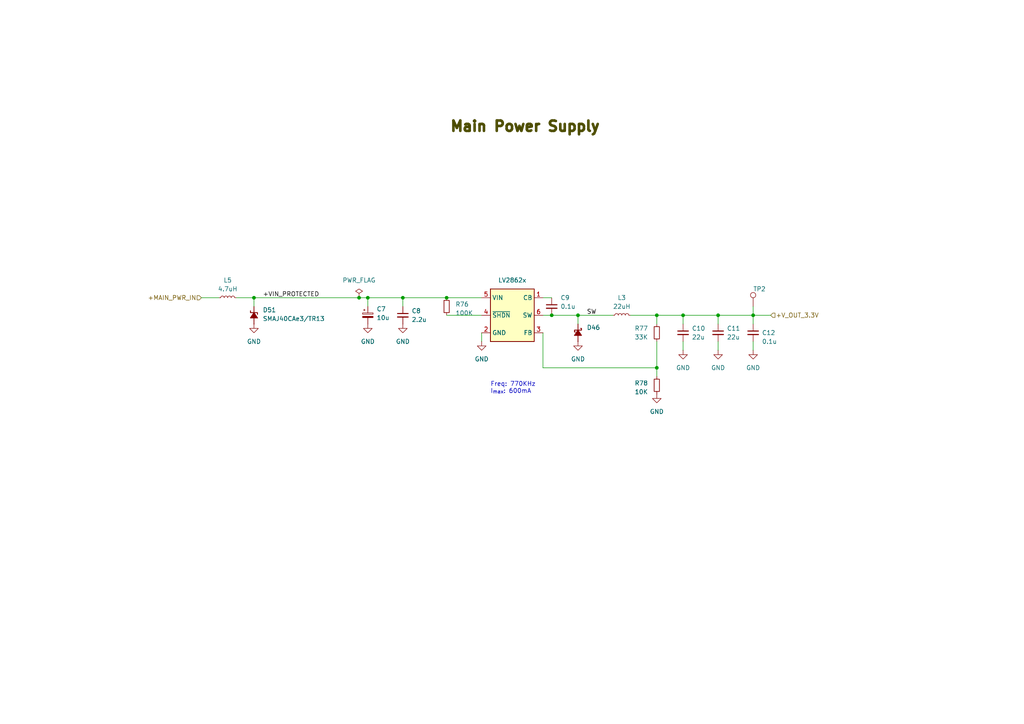
<source format=kicad_sch>
(kicad_sch (version 20250114) (generator "eeschema") (generator_version "9.0")
  (paper "A4")
  (title_block (title "Main Power Supply"))
  (lib_symbols
    (symbol "Connector:TestPoint" (pin_numbers (hide yes)) (pin_names (offset 0.762) (hide yes))
      (property "Reference" "TP" (at 0 6.858 0))
      (property "Value" "TestPoint" (at 0 5.08 0))
      (symbol "TestPoint_0_1"
        (circle (center 0 3.302) (radius 0.762))
      )
      (symbol "TestPoint_1_1"
        (pin passive line (at 0 0 90) (length 2.54) (name "1") (number "1"))
      )
    )
    (symbol "Device:C_Polarized_Small" (pin_numbers (hide yes)) (pin_names (offset 0.254) (hide yes))
      (property "Reference" "C" (at 0.254 1.778 0))
      (property "Value" "C_Polarized_Small" (at 0.254 -2.032 0))
      (symbol "C_Polarized_Small_0_1"
        (rectangle (start -1.524 0.6858) (end 1.524 0.3048))
        (rectangle (start -1.524 -0.3048) (end 1.524 -0.6858) (fill (type outline)))
        (polyline (pts (xy -1.27 1.524) (xy -0.762 1.524)))
        (polyline (pts (xy -1.016 1.27) (xy -1.016 1.778)))
      )
      (symbol "C_Polarized_Small_1_1"
        (pin passive line (at 0 2.54 270) (length 1.8542) (name "~") (number "1"))
        (pin passive line (at 0 -2.54 90) (length 1.8542) (name "~") (number "2"))
      )
    )
    (symbol "Device:C_Small" (pin_numbers (hide yes)) (pin_names (offset 0.254) (hide yes))
      (property "Reference" "C" (at 0.254 1.778 0))
      (property "Value" "C_Small" (at 0.254 -2.032 0))
      (symbol "C_Small_0_1"
        (polyline (pts (xy -1.524 0.508) (xy 1.524 0.508)) (stroke (width 0.3048)))
        (polyline (pts (xy -1.524 -0.508) (xy 1.524 -0.508)) (stroke (width 0.3302)))
      )
      (symbol "C_Small_1_1"
        (pin passive line (at 0 2.54 270) (length 2.032) (name "~") (number "1"))
        (pin passive line (at 0 -2.54 90) (length 2.032) (name "~") (number "2"))
      )
    )
    (symbol "Device:D_Schottky_Small_Filled" (pin_numbers (hide yes)) (pin_names (offset 0.254) (hide yes))
      (property "Reference" "D" (at -1.27 2.032 0))
      (property "Value" "D_Schottky_Small_Filled" (at -7.112 -2.032 0))
      (symbol "D_Schottky_Small_Filled_0_1"
        (polyline (pts (xy -1.27 0.762) (xy -1.27 1.016) (xy -0.762 1.016) (xy -0.762 -1.016) (xy -0.254 -1.016) (xy -0.254 -0.762)) (stroke (width 0.254)))
        (polyline (pts (xy -0.762 0) (xy 0.762 0)))
        (polyline (pts (xy 0.762 -1.016) (xy -0.762 0) (xy 0.762 1.016) (xy 0.762 -1.016)) (stroke (width 0.254)) (fill (type outline)))
      )
      (symbol "D_Schottky_Small_Filled_1_1"
        (pin passive line (at -2.54 0 0) (length 1.778) (name "K") (number "1"))
        (pin passive line (at 2.54 0 180) (length 1.778) (name "A") (number "2"))
      )
    )
    (symbol "Device:L_Small" (pin_numbers (hide yes)) (pin_names (offset 0.254) (hide yes))
      (property "Reference" "L" (at 0.762 1.016 0))
      (property "Value" "L_Small" (at 0.762 -1.016 0))
      (symbol "L_Small_0_1"
        (arc (start 0 2.032) (mid 0.5058 1.524) (end 0 1.016))
        (arc (start 0 1.016) (mid 0.5058 0.508) (end 0 0))
        (arc (start 0 0) (mid 0.5058 -0.508) (end 0 -1.016))
        (arc (start 0 -1.016) (mid 0.5058 -1.524) (end 0 -2.032))
      )
      (symbol "L_Small_1_1"
        (pin passive line (at 0 2.54 270) (length 0.508) (name "~") (number "1"))
        (pin passive line (at 0 -2.54 90) (length 0.508) (name "~") (number "2"))
      )
    )
    (symbol "Device:R_Small" (pin_numbers (hide yes)) (pin_names (offset 0.254) (hide yes))
      (property "Reference" "R" (at 0.762 0.508 0))
      (property "Value" "R_Small" (at 0.762 -1.016 0))
      (symbol "R_Small_0_1"
        (rectangle (start -0.762 1.778) (end 0.762 -1.778) (stroke (width 0.2032)))
      )
      (symbol "R_Small_1_1"
        (pin passive line (at 0 2.54 270) (length 0.762) (name "~") (number "1"))
        (pin passive line (at 0 -2.54 90) (length 0.762) (name "~") (number "2"))
      )
    )
    (symbol "My Libraries:D_TVS" (pin_numbers (hide yes)) (pin_names (hide yes))
      (property "Reference" "D" (at -2.54 5.08 0))
      (property "Value" "D_TVS" (at -2.54 2.54 0))
      (symbol "D_TVS_0_1"
        (polyline (pts (xy -1.2954 -1.016) (xy -0.7874 -1.016)) (stroke (width 0.254)))
        (polyline (pts (xy -0.254 1.016) (xy -0.762 1.016) (xy -0.762 -1.016)) (stroke (width 0.254)))
        (polyline (pts (xy 0.762 1.016) (xy -0.762 0) (xy 0.762 -1.016) (xy 0.762 1.016)) (stroke (width 0.254)) (fill (type outline)))
        (polyline (pts (xy 0.762 0) (xy -0.762 0)))
      )
      (symbol "D_TVS_1_1"
        (pin passive line (at -2.54 0 0) (length 1.778) (name "K") (number "1"))
        (pin passive line (at 2.54 0 180) (length 1.778) (name "A") (number "2"))
      )
    )
    (symbol "My Libraries:LV2862x"
      (property "Reference" "U" (at -1.27 11.43 0))
      (property "Value" "LV2862x" (at -1.27 8.89 0))
      (symbol "LV2862x_1_1"
        (rectangle (start -7.62 7.62) (end 5.08 -7.62) (stroke (width 0.254)) (fill (type background)))
        (pin power_in line (at -10.16 5.08 0) (length 2.54) (name "VIN") (number "5"))
        (pin passive line (at -10.16 0 0) (length 2.54) (name "~{SHDN}") (number "4"))
        (pin passive line (at -10.16 -5.08 0) (length 2.54) (name "GND") (number "2"))
        (pin passive line (at 7.62 5.08 180) (length 2.54) (name "CB") (number "1"))
        (pin passive line (at 7.62 0 180) (length 2.54) (name "SW") (number "6"))
        (pin passive line (at 7.62 -5.08 180) (length 2.54) (name "FB") (number "3"))
      )
    )
    (symbol "power:GND" (power) (pin_numbers (hide yes)) (pin_names (offset 0) (hide yes))
      (property "Value" "GND" (at 0 -3.81 0))
      (symbol "GND_0_1"
        (polyline (pts (xy 0 0) (xy 0 -1.27) (xy 1.27 -1.27) (xy 0 -2.54) (xy -1.27 -1.27) (xy 0 -1.27)))
      )
      (symbol "GND_1_1"
        (pin power_in line (at 0 0 270) (length 0) (name "~") (number "1"))
      )
    )
    (symbol "power:PWR_FLAG" (power) (pin_numbers (hide yes)) (pin_names (offset 0) (hide yes))
      (property "Value" "PWR_FLAG" (at 0 3.81 0))
      (symbol "PWR_FLAG_0_0"
        (pin power_out line (at 0 0 90) (length 0) (name "~") (number "1"))
      )
      (symbol "PWR_FLAG_0_1"
        (polyline (pts (xy 0 0) (xy 0 1.27) (xy -1.016 1.905) (xy 0 2.54) (xy 1.016 1.905) (xy 0 1.27)))
      )
    )
  )
  (text "${TITLE}" (at 130.302 38.608 0) (effects (font (size 3 3) (thickness 0.8) (bold yes)) (justify left bottom)))
  (text "Freq: 770KHz\nI_{max}: 600mA" (at 142.24 114.3 0) (effects (font (size 1.27 1.27)) (justify left bottom)))
  (junction (at 106.68 86.36))
  (junction (at 208.28 91.44))
  (junction (at 190.5 91.44))
  (junction (at 129.54 86.36))
  (junction (at 160.02 91.44))
  (junction (at 218.44 91.44))
  (junction (at 73.66 86.36))
  (junction (at 104.14 86.36))
  (junction (at 198.12 91.44))
  (junction (at 190.5 106.68))
  (junction (at 116.84 86.36))
  (junction (at 167.64 91.44))
  (wire (pts (xy 218.44 91.44) (xy 218.44 93.98)))
  (wire (pts (xy 218.44 91.44) (xy 223.52 91.44)))
  (wire (pts (xy 218.44 99.06) (xy 218.44 101.6)))
  (wire (pts (xy 129.54 91.44) (xy 139.7 91.44)))
  (wire (pts (xy 157.48 91.44) (xy 160.02 91.44)))
  (wire (pts (xy 190.5 91.44) (xy 198.12 91.44)))
  (wire (pts (xy 208.28 91.44) (xy 208.28 93.98)))
  (wire (pts (xy 190.5 91.44) (xy 190.5 93.98)))
  (wire (pts (xy 157.48 86.36) (xy 160.02 86.36)))
  (wire (pts (xy 167.64 91.44) (xy 177.8 91.44)))
  (wire (pts (xy 218.44 88.9) (xy 218.44 91.44)))
  (wire (pts (xy 58.42 86.36) (xy 63.5 86.36)))
  (wire (pts (xy 190.5 106.68) (xy 157.48 106.68)))
  (wire (pts (xy 208.28 99.06) (xy 208.28 101.6)))
  (wire (pts (xy 190.5 106.68) (xy 190.5 109.22)))
  (wire (pts (xy 73.66 86.36) (xy 104.14 86.36)))
  (wire (pts (xy 160.02 91.44) (xy 167.64 91.44)))
  (wire (pts (xy 190.5 99.06) (xy 190.5 106.68)))
  (wire (pts (xy 129.54 86.36) (xy 139.7 86.36)))
  (wire (pts (xy 73.66 86.36) (xy 68.58 86.36)))
  (wire (pts (xy 182.88 91.44) (xy 190.5 91.44)))
  (wire (pts (xy 167.64 91.44) (xy 167.64 93.98)))
  (wire (pts (xy 116.84 86.36) (xy 129.54 86.36)))
  (wire (pts (xy 208.28 91.44) (xy 218.44 91.44)))
  (wire (pts (xy 104.14 86.36) (xy 106.68 86.36)))
  (wire (pts (xy 198.12 91.44) (xy 208.28 91.44)))
  (wire (pts (xy 106.68 86.36) (xy 116.84 86.36)))
  (wire (pts (xy 73.66 88.9) (xy 73.66 86.36)))
  (wire (pts (xy 106.68 86.36) (xy 106.68 88.9)))
  (wire (pts (xy 198.12 99.06) (xy 198.12 101.6)))
  (wire (pts (xy 157.48 96.52) (xy 157.48 106.68)))
  (wire (pts (xy 139.7 96.52) (xy 139.7 99.06)))
  (wire (pts (xy 116.84 86.36) (xy 116.84 88.9)))
  (wire (pts (xy 198.12 93.98) (xy 198.12 91.44)))
  (label "+VIN_PROTECTED" (at 76.2 86.36 0))
  (label "SW" (at 170.18 91.44 0))
  (hierarchical_label "+V_OUT_3.3V" (shape input) (at 223.52 91.44 0))
  (hierarchical_label "+MAIN_PWR_IN" (shape input) (at 58.42 86.36 180))
  (symbol (lib_id "power:GND") (at 198.12 101.6 0) (unit 1)
    (property "Reference" "#PWR0175" (effects (hide yes)))
    (property "Value" "GND" (at 198.12 106.68 0))
  )
  (symbol (lib_id "power:GND") (at 167.64 99.06 0) (unit 1)
    (property "Reference" "#PWR0173" (effects (hide yes)))
    (property "Value" "GND" (at 167.64 104.14 0))
  )
  (symbol (lib_id "Device:C_Polarized_Small") (at 106.68 91.44 0) (unit 1)
    (property "Reference" "C7" (at 109.22 89.6239 0) (effects (justify left)))
    (property "Value" "10u" (at 109.22 92.1639 0) (effects (justify left)))
    (property "Footprint" "Capacitor_SMD:CP_Elec_5x5.3" (effects (hide yes)))
    (property "PartkeeprID" "41" (effects (hide yes)))
  )
  (symbol (lib_id "Device:L_Small") (at 180.34 91.44 90) (unit 1)
    (property "Reference" "L3" (at 180.34 86.36 90))
    (property "Value" "22uH" (at 180.34 88.9 90))
    (property "Footprint" "Inductor_SMD:L_Taiyo-Yuden_NR-50xx" (effects (hide yes)))
    (property "PartkeeprID" "44" (effects (hide yes)))
  )
  (symbol (lib_id "power:GND") (at 139.7 99.06 0) (unit 1)
    (property "Reference" "#PWR0174" (effects (hide yes)))
    (property "Value" "GND" (at 139.7 104.14 0))
  )
  (symbol (lib_id "My Libraries:LV2862x") (at 149.86 91.44 0) (unit 1)
    (property "Reference" "U2" (effects (hide yes)))
    (property "Value" "LV2862x" (at 148.59 81.28 0))
    (property "Footprint" "Package_TO_SOT_SMD:SOT-23-6" (effects (hide yes)))
    (property "Datasheet" "https://www.ti.com/lit/ds/symlink/lv2862.pdf" (effects (hide yes)))
    (property "PartkeeprID" "46" (effects (hide yes)))
  )
  (symbol (lib_id "Device:C_Small") (at 116.84 91.44 0) (unit 1)
    (property "Reference" "C8" (at 119.38 90.1763 0) (effects (justify left)))
    (property "Value" "2.2u" (at 119.38 92.7163 0) (effects (justify left)))
    (property "Footprint" "Capacitor_SMD:C_1210_3225Metric" (effects (hide yes)))
    (property "PartkeeprID" "42" (effects (hide yes)))
  )
  (symbol (lib_id "power:GND") (at 73.66 93.98 0) (unit 1)
    (property "Reference" "#PWR010" (effects (hide yes)))
    (property "Value" "GND" (at 73.66 99.06 0))
  )
  (symbol (lib_id "Device:C_Small") (at 208.28 96.52 0) (unit 1)
    (property "Reference" "C11" (at 210.82 95.2563 0) (effects (justify left)))
    (property "Value" "22u" (at 210.82 97.7963 0) (effects (justify left)))
    (property "Footprint" "Capacitor_SMD:C_1210_3225Metric" (effects (hide yes)))
    (property "PartkeeprID" "45" (effects (hide yes)))
  )
  (symbol (lib_id "power:GND") (at 218.44 101.6 0) (unit 1)
    (property "Reference" "#PWR0178" (effects (hide yes)))
    (property "Value" "GND" (at 218.44 106.68 0))
  )
  (symbol (lib_id "My Libraries:D_TVS") (at 73.66 91.44 270) (unit 1)
    (property "Reference" "D51" (at 76.2 89.9033 90) (effects (justify left)))
    (property "Value" "SMAJ40CAe3/TR13" (at 76.2 92.4433 90) (effects (justify left)))
    (property "Footprint" "Diode_SMD:D_SMA" (effects (hide yes)))
  )
  (symbol (lib_id "power:GND") (at 208.28 101.6 0) (unit 1)
    (property "Reference" "#PWR0177" (effects (hide yes)))
    (property "Value" "GND" (at 208.28 106.68 0))
  )
  (symbol (lib_id "Device:R_Small") (at 129.54 88.9 180) (unit 1)
    (property "Reference" "R76" (at 132.08 88.265 0) (effects (justify right)))
    (property "Value" "100K" (at 132.08 90.805 0) (effects (justify right)))
    (property "Footprint" "Resistor_SMD:R_0603_1608Metric" (effects (hide yes)))
    (property "PartkeeprID" "47" (effects (hide yes)))
  )
  (symbol (lib_id "Device:D_Schottky_Small_Filled") (at 167.64 96.52 270) (unit 1)
    (property "Reference" "D46" (at 170.18 94.996 90) (effects (justify left)))
    (property "Value" "SBR3U60P1Q-7" (effects (hide yes)))
    (property "Footprint" "Diode_SMD:D_PowerDI-123" (effects (hide yes)))
    (property "PartkeeprID" "43" (effects (hide yes)))
  )
  (symbol (lib_id "Device:L_Small") (at 66.04 86.36 90) (unit 1)
    (property "Reference" "L5" (at 66.04 81.28 90))
    (property "Value" "4.7uH" (at 66.04 83.82 90))
    (property "Footprint" "My Footprints:L_TDK_VLS252012HBX" (effects (hide yes)))
    (property "PartkeeprID" "44" (effects (hide yes)))
  )
  (symbol (lib_id "Device:C_Small") (at 218.44 96.52 0) (unit 1)
    (property "Reference" "C12" (at 220.98 96.52 0) (effects (justify left)))
    (property "Value" "0.1u" (at 220.98 99.06 0) (effects (justify left)))
    (property "Footprint" "Capacitor_SMD:C_0603_1608Metric" (effects (hide yes)))
    (property "PartkeeprID" "50" (effects (hide yes)))
  )
  (symbol (lib_id "power:PWR_FLAG") (at 104.14 86.36 0) (unit 1)
    (property "Reference" "#FLG0101" (effects (hide yes)))
    (property "Value" "PWR_FLAG" (at 104.14 81.28 0))
  )
  (symbol (lib_id "Device:C_Small") (at 198.12 96.52 0) (unit 1)
    (property "Reference" "C10" (at 200.66 95.2563 0) (effects (justify left)))
    (property "Value" "22u" (at 200.66 97.7963 0) (effects (justify left)))
    (property "Footprint" "Capacitor_SMD:C_1210_3225Metric" (effects (hide yes)))
    (property "PartkeeprID" "45" (effects (hide yes)))
  )
  (symbol (lib_id "power:GND") (at 190.5 114.3 0) (unit 1)
    (property "Reference" "#PWR0176" (effects (hide yes)))
    (property "Value" "GND" (at 190.5 119.38 0))
  )
  (symbol (lib_id "Device:R_Small") (at 190.5 111.76 0) (mirror x) (unit 1)
    (property "Reference" "R78" (at 187.96 111.125 0) (effects (justify right)))
    (property "Value" "10K" (at 187.96 113.665 0) (effects (justify right)))
    (property "Footprint" "Resistor_SMD:R_0603_1608Metric" (effects (hide yes)))
    (property "PartkeeprID" "48" (effects (hide yes)))
  )
  (symbol (lib_id "Device:C_Small") (at 160.02 88.9 0) (unit 1)
    (property "Reference" "C9" (at 162.56 86.36 0) (effects (justify left)))
    (property "Value" "0.1u" (at 162.56 88.9 0) (effects (justify left)))
    (property "Footprint" "Capacitor_SMD:C_0603_1608Metric" (effects (hide yes)))
    (property "PartkeeprID" "50" (effects (hide yes)))
  )
  (symbol (lib_id "power:GND") (at 116.84 93.98 0) (unit 1)
    (property "Reference" "#PWR0171" (effects (hide yes)))
    (property "Value" "GND" (at 116.84 99.06 0))
  )
  (symbol (lib_id "Device:R_Small") (at 190.5 96.52 0) (mirror x) (unit 1)
    (property "Reference" "R77" (at 187.96 95.25 0) (effects (justify right)))
    (property "Value" "33K" (at 187.96 97.79 0) (effects (justify right)))
    (property "Footprint" "Resistor_SMD:R_0603_1608Metric" (effects (hide yes)))
    (property "PartkeeprID" "49" (effects (hide yes)))
  )
  (symbol (lib_id "Connector:TestPoint") (at 218.44 88.9 0) (unit 1) (in_bom no)
    (property "Reference" "TP2" (at 218.44 83.82 0) (effects (justify left)))
    (property "Value" "TestPoint" (effects (hide yes)))
    (property "Footprint" "TestPoint:TestPoint_Pad_D1.5mm" (effects (hide yes)))
  )
  (symbol (lib_id "power:GND") (at 106.68 93.98 0) (unit 1)
    (property "Reference" "#PWR0172" (effects (hide yes)))
    (property "Value" "GND" (at 106.68 99.06 0))
  )
)
</source>
